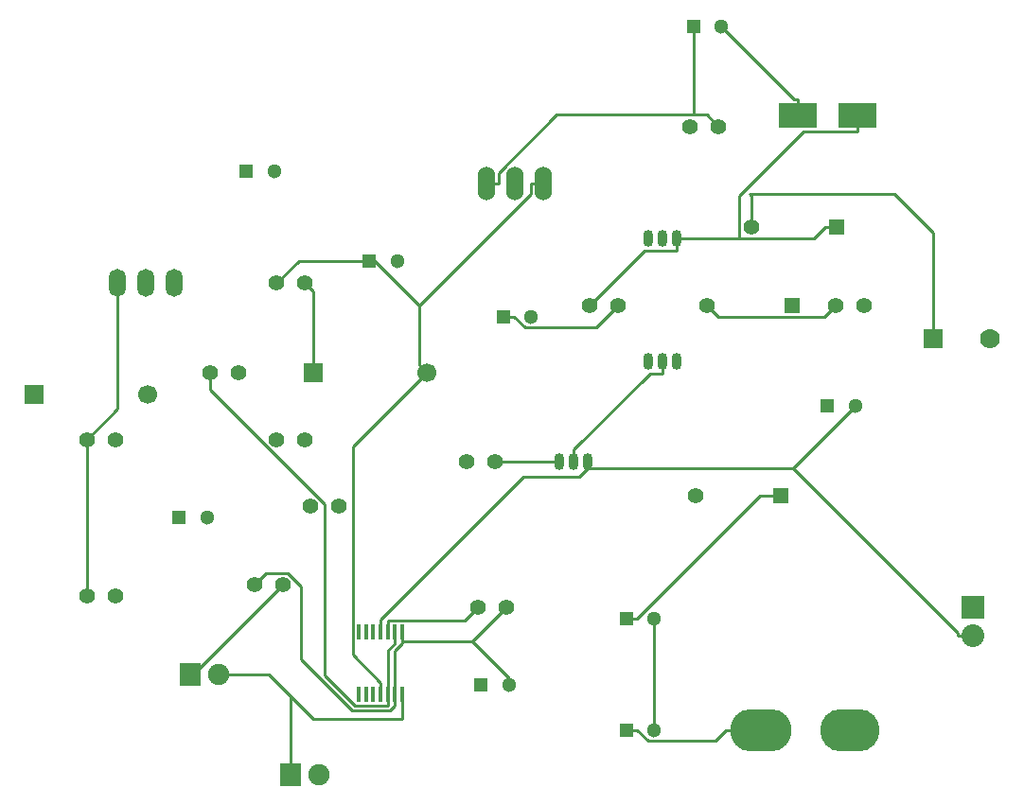
<source format=gtl>
G04 #@! TF.FileFunction,Copper,L1,Top,Signal*
%FSLAX46Y46*%
G04 Gerber Fmt 4.6, Leading zero omitted, Abs format (unit mm)*
G04 Created by KiCad (PCBNEW 4.0.0-rc1-stable) date 11/15/15 04:05:18*
%MOMM*%
G01*
G04 APERTURE LIST*
%ADD10C,0.100000*%
%ADD11R,2.032000X2.032000*%
%ADD12O,2.032000X2.032000*%
%ADD13R,1.300000X1.300000*%
%ADD14C,1.300000*%
%ADD15R,1.397000X1.397000*%
%ADD16C,1.397000*%
%ADD17R,1.900000X2.000000*%
%ADD18C,1.900000*%
%ADD19O,5.500000X3.800000*%
%ADD20O,5.300000X3.800000*%
%ADD21C,1.699260*%
%ADD22R,1.699260X1.699260*%
%ADD23R,1.778000X1.778000*%
%ADD24C,1.778000*%
%ADD25O,0.899160X1.501140*%
%ADD26R,3.500120X2.301240*%
%ADD27O,1.524000X3.048000*%
%ADD28R,0.431800X1.397000*%
%ADD29O,1.501140X2.499360*%
%ADD30C,0.250000*%
G04 APERTURE END LIST*
D10*
D11*
X134000000Y-112000000D03*
D12*
X134000000Y-114540000D03*
D13*
X103000000Y-113000000D03*
D14*
X105500000Y-113000000D03*
D13*
X103000000Y-123000000D03*
D14*
X105500000Y-123000000D03*
D13*
X109000000Y-60000000D03*
D14*
X111500000Y-60000000D03*
D13*
X80000000Y-81000000D03*
D14*
X82500000Y-81000000D03*
D13*
X92000000Y-86000000D03*
D14*
X94500000Y-86000000D03*
D13*
X90000000Y-119000000D03*
D14*
X92500000Y-119000000D03*
D13*
X69000000Y-73000000D03*
D14*
X71500000Y-73000000D03*
D13*
X63000000Y-104000000D03*
D14*
X65500000Y-104000000D03*
D13*
X121000000Y-94000000D03*
D14*
X123500000Y-94000000D03*
D15*
X116810000Y-102000000D03*
D16*
X109190000Y-102000000D03*
D15*
X117810000Y-85000000D03*
D16*
X110190000Y-85000000D03*
D17*
X64000000Y-118000000D03*
D18*
X66540000Y-118000000D03*
D17*
X73000000Y-127000000D03*
D18*
X75540000Y-127000000D03*
D15*
X121810000Y-78000000D03*
D16*
X114190000Y-78000000D03*
D19*
X115000000Y-123000000D03*
D20*
X123000000Y-123000000D03*
D21*
X85160520Y-90997460D03*
D22*
X75000520Y-90997460D03*
D21*
X60160520Y-92997460D03*
D22*
X50000520Y-92997460D03*
D23*
X130460000Y-88000000D03*
D24*
X135540000Y-88000000D03*
D25*
X98270000Y-99000000D03*
X99540000Y-99000000D03*
X97000000Y-99000000D03*
X106270000Y-79000000D03*
X107540000Y-79000000D03*
X105000000Y-79000000D03*
X106270000Y-90000000D03*
X107540000Y-90000000D03*
X105000000Y-90000000D03*
D16*
X54730000Y-97000000D03*
X57270000Y-97000000D03*
X121730000Y-85000000D03*
X124270000Y-85000000D03*
X99730000Y-85000000D03*
X102270000Y-85000000D03*
X88730000Y-99000000D03*
X91270000Y-99000000D03*
X69730000Y-110000000D03*
X72270000Y-110000000D03*
X89730000Y-112000000D03*
X92270000Y-112000000D03*
X71730000Y-83000000D03*
X74270000Y-83000000D03*
X71730000Y-97000000D03*
X74270000Y-97000000D03*
X74730000Y-103000000D03*
X77270000Y-103000000D03*
X65730000Y-91000000D03*
X68270000Y-91000000D03*
X54730000Y-111000000D03*
X57270000Y-111000000D03*
X108730000Y-69000000D03*
X111270000Y-69000000D03*
D26*
X118299980Y-68000000D03*
X123700020Y-68000000D03*
D27*
X93000000Y-74080000D03*
X90460000Y-74080000D03*
X95540000Y-74080000D03*
D28*
X79069600Y-119794000D03*
X79704600Y-119794000D03*
X80365000Y-119794000D03*
X81000000Y-119794000D03*
X81660400Y-119794000D03*
X82308100Y-119794000D03*
X82955800Y-119794000D03*
X82955800Y-114206000D03*
X82308100Y-114206000D03*
X81660400Y-114206000D03*
X81000000Y-114206000D03*
X80352300Y-114206000D03*
X79704600Y-114206000D03*
X79056900Y-114206000D03*
D29*
X60000000Y-83000000D03*
X57460000Y-83000000D03*
X62540000Y-83000000D03*
D30*
X118024100Y-66524100D02*
X111500000Y-60000000D01*
X118300000Y-66524100D02*
X118024100Y-66524100D01*
X118300000Y-68000000D02*
X118300000Y-66524100D01*
X105500000Y-113000000D02*
X105500000Y-123000000D01*
X99540000Y-99000000D02*
X99540000Y-99577100D01*
X117922900Y-99577100D02*
X123500000Y-94000000D01*
X132658700Y-114312900D02*
X132658700Y-114540000D01*
X117922900Y-99577100D02*
X132658700Y-114312900D01*
X134000000Y-114540000D02*
X132658700Y-114540000D01*
X99540000Y-99577100D02*
X117922900Y-99577100D01*
X81000000Y-113105600D02*
X81000000Y-114206000D01*
X93760100Y-100345500D02*
X81000000Y-113105600D01*
X98771600Y-100345500D02*
X93760100Y-100345500D01*
X99540000Y-99577100D02*
X98771600Y-100345500D01*
X104950600Y-123975300D02*
X103975300Y-123000000D01*
X110949400Y-123975300D02*
X104950600Y-123975300D01*
X111924700Y-123000000D02*
X110949400Y-123975300D01*
X115000000Y-123000000D02*
X111924700Y-123000000D01*
X103000000Y-123000000D02*
X103975300Y-123000000D01*
X114975300Y-102000000D02*
X116810000Y-102000000D01*
X103975300Y-113000000D02*
X114975300Y-102000000D01*
X103000000Y-113000000D02*
X103975300Y-113000000D01*
X90460000Y-74080000D02*
X91547300Y-74080000D01*
X109000000Y-67934800D02*
X109000000Y-60000000D01*
X96741100Y-67934800D02*
X109000000Y-67934800D01*
X91547300Y-73128600D02*
X96741100Y-67934800D01*
X91547300Y-74080000D02*
X91547300Y-73128600D01*
X110204800Y-67934800D02*
X111270000Y-69000000D01*
X109000000Y-67934800D02*
X110204800Y-67934800D01*
X73730000Y-81000000D02*
X80000000Y-81000000D01*
X71730000Y-83000000D02*
X73730000Y-81000000D01*
X80000000Y-81000000D02*
X80487700Y-81000000D01*
X95540000Y-74080000D02*
X94452700Y-74080000D01*
X80487700Y-81000000D02*
X84485900Y-84998200D01*
X84485900Y-90322900D02*
X84485900Y-84998200D01*
X85160500Y-90997500D02*
X84485900Y-90322900D01*
X94452700Y-75031400D02*
X94452700Y-74080000D01*
X84485900Y-84998200D02*
X94452700Y-75031400D01*
X78515600Y-97642400D02*
X85160500Y-90997500D01*
X78515600Y-116285800D02*
X78515600Y-97642400D01*
X81000000Y-118770200D02*
X78515600Y-116285800D01*
X81000000Y-119794000D02*
X81000000Y-118770200D01*
X105118200Y-91075900D02*
X98270000Y-97924100D01*
X106270000Y-91075900D02*
X105118200Y-91075900D01*
X106270000Y-90000000D02*
X106270000Y-91075900D01*
X98270000Y-99000000D02*
X98270000Y-97924100D01*
X93950600Y-86975300D02*
X92975300Y-86000000D01*
X100294700Y-86975300D02*
X93950600Y-86975300D01*
X102270000Y-85000000D02*
X100294700Y-86975300D01*
X92000000Y-86000000D02*
X92975300Y-86000000D01*
X88547800Y-113182200D02*
X89730000Y-112000000D01*
X81660400Y-113182200D02*
X88547800Y-113182200D01*
X81660400Y-114206000D02*
X81660400Y-113182200D01*
X75000500Y-83730500D02*
X75000500Y-90997500D01*
X74270000Y-83000000D02*
X75000500Y-83730500D01*
X82308100Y-115877500D02*
X82308100Y-119794000D01*
X82955800Y-115229800D02*
X82308100Y-115877500D01*
X82308100Y-119794000D02*
X82308100Y-120817800D01*
X82955800Y-114206000D02*
X82955800Y-115065100D01*
X82955800Y-115065100D02*
X82955800Y-115229800D01*
X82955800Y-115065100D02*
X89204900Y-115065100D01*
X89204900Y-115065100D02*
X92270000Y-112000000D01*
X92500000Y-118360200D02*
X92500000Y-119000000D01*
X89204900Y-115065100D02*
X92500000Y-118360200D01*
X81857800Y-121268100D02*
X82308100Y-120817800D01*
X78492300Y-121268100D02*
X81857800Y-121268100D01*
X73886500Y-116662300D02*
X78492300Y-121268100D01*
X73886500Y-110145400D02*
X73886500Y-116662300D01*
X72696200Y-108955100D02*
X73886500Y-110145400D01*
X70774900Y-108955100D02*
X72696200Y-108955100D01*
X69730000Y-110000000D02*
X70774900Y-108955100D01*
X82308100Y-114206000D02*
X82308100Y-115229800D01*
X81660400Y-115877500D02*
X82308100Y-115229800D01*
X81660400Y-119794000D02*
X81660400Y-115877500D01*
X78678900Y-120817800D02*
X81660400Y-120817800D01*
X76000000Y-118138900D02*
X78678900Y-120817800D01*
X76000000Y-102821800D02*
X76000000Y-118138900D01*
X65730000Y-92551800D02*
X76000000Y-102821800D01*
X65730000Y-91000000D02*
X65730000Y-92551800D01*
X81660400Y-119794000D02*
X81660400Y-120817800D01*
X104654100Y-80075900D02*
X107540000Y-80075900D01*
X99730000Y-85000000D02*
X104654100Y-80075900D01*
X107540000Y-79000000D02*
X107540000Y-80075900D01*
X123700000Y-68000000D02*
X123700000Y-69475900D01*
X107540000Y-79000000D02*
X108314900Y-79000000D01*
X121810000Y-78000000D02*
X120786200Y-78000000D01*
X108314900Y-79000000D02*
X113117300Y-79000000D01*
X113117300Y-75233300D02*
X113117300Y-79000000D01*
X118874700Y-69475900D02*
X113117300Y-75233300D01*
X123700000Y-69475900D02*
X118874700Y-69475900D01*
X119762400Y-79023800D02*
X120786200Y-78000000D01*
X113141100Y-79023800D02*
X119762400Y-79023800D01*
X113117300Y-79000000D02*
X113141100Y-79023800D01*
X111213900Y-86023900D02*
X110190000Y-85000000D01*
X120706100Y-86023900D02*
X111213900Y-86023900D01*
X121730000Y-85000000D02*
X120706100Y-86023900D01*
X64270000Y-118000000D02*
X72270000Y-110000000D01*
X64000000Y-118000000D02*
X64270000Y-118000000D01*
X75000000Y-122000000D02*
X73000000Y-120000000D01*
X82911600Y-122000000D02*
X75000000Y-122000000D01*
X82955800Y-121956000D02*
X82911600Y-122000000D01*
X82955800Y-119794000D02*
X82955800Y-121956000D01*
X73000000Y-120000000D02*
X73000000Y-127000000D01*
X71000000Y-118000000D02*
X66540000Y-118000000D01*
X73000000Y-120000000D02*
X71000000Y-118000000D01*
X114190000Y-75190000D02*
X114190000Y-78000000D01*
X114000000Y-75000000D02*
X114190000Y-75190000D01*
X127000000Y-75000000D02*
X114000000Y-75000000D01*
X130460000Y-78460000D02*
X127000000Y-75000000D01*
X130460000Y-88000000D02*
X130460000Y-78460000D01*
X91270000Y-99000000D02*
X97000000Y-99000000D01*
X54730000Y-97000000D02*
X54730000Y-111000000D01*
X57460000Y-94270000D02*
X54730000Y-97000000D01*
X57460000Y-83000000D02*
X57460000Y-94270000D01*
M02*

</source>
